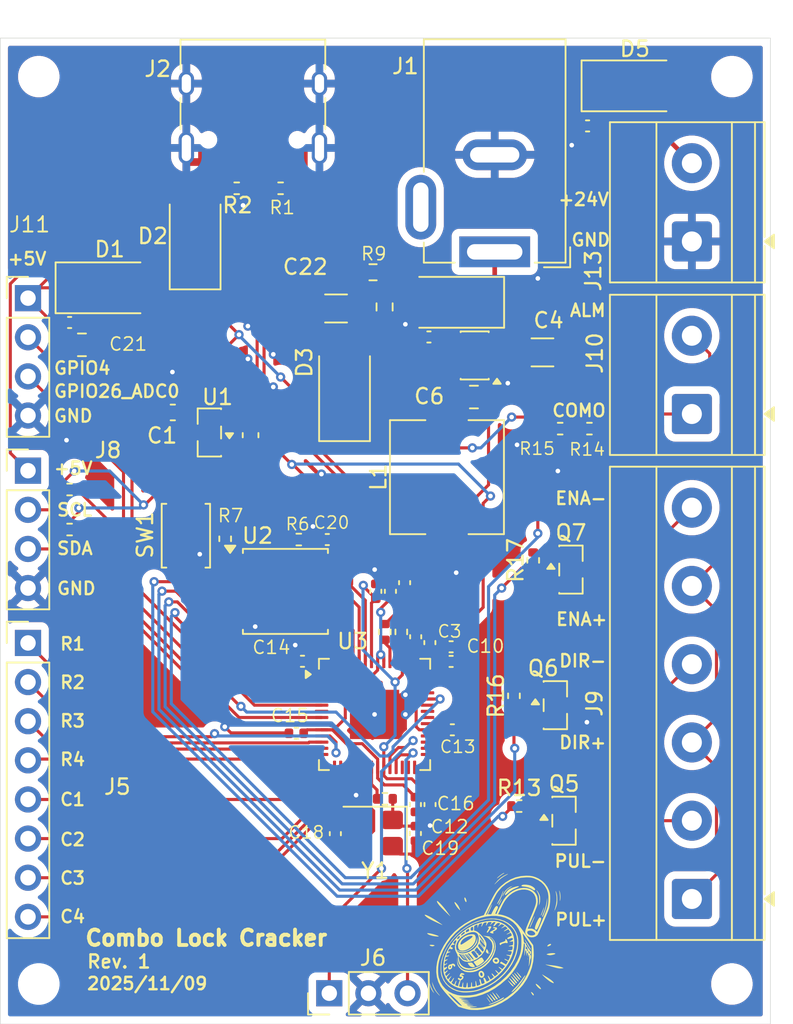
<source format=kicad_pcb>
(kicad_pcb (version 20241229) (generator "pcbnew") (generator_version "9.0")
  (layers (0 "F.Cu" signal "Front") (4 "In1.Cu" signal) (6 "In2.Cu" signal) (2 "B.Cu" signal "Back") (13 "F.Paste" user) (15 "B.Paste" user) (5 "F.SilkS" user "F.Silkscreen") (7 "B.SilkS" user "B.Silkscreen") (1 "F.Mask" user) (3 "B.Mask" user) (25 "Edge.Cuts" user))
  (net 0 "")
  (net 1 "+5V")
  (net 2 "GND")
  (net 3 "+3V3")
  (net 4 "+24V")
  (net 5 "Net-(U6-BOOT)")
  (net 6 "Net-(U6-SW)")
  (net 7 "/Power/BUCK_VCC_5V")
  (net 8 "Net-(U6-FB)")
  (net 9 "+1V1")
  (net 10 "/RP2040/XIN")
  (net 11 "Net-(C19-Pad2)")
  (net 12 "VBUS")
  (net 13 "Net-(J2-CC2)")
  (net 14 "/Power/USB_D-")
  (net 15 "/Power/USB_D+")
  (net 16 "Net-(J2-CC1)")
  (net 17 "/Peripherals/GPIO3")
  (net 18 "/Peripherals/GPIO13")
  (net 19 "/Peripherals/GPIO8")
  (net 20 "/Peripherals/GPIO12")
  (net 21 "/Peripherals/GPIO10")
  (net 22 "/Peripherals/GPIO14")
  (net 23 "/Peripherals/GPIO15")
  (net 24 "/Peripherals/GPIO9")
  (net 25 "/Peripherals/GPIO11")
  (net 26 "/RP2040/SWD")
  (net 27 "/RP2040/SWCLK")
  (net 28 "/Peripherals/GPIO6")
  (net 29 "/Peripherals/GPIO7")
  (net 30 "/Peripherals/GPIO4")
  (net 31 "/Peripherals/GPIO26_ADC0")
  (net 36 "/Peripherals/GPIO1")
  (net 38 "/Peripherals/GPIO0")
  (net 47 "Net-(U3-USB_DP)")
  (net 48 "Net-(U3-USB_DM)")
  (net 49 "/RP2040/XOUT")
  (net 50 "/RP2040/QSPI_SS")
  (net 51 "Net-(R7-Pad1)")
  (net 52 "/RP2040/QSPI_SD1")
  (net 53 "/RP2040/QSPI_SD2")
  (net 54 "/RP2040/QSPI_SD3")
  (net 55 "/RP2040/QSPI_SCLK")
  (net 56 "/RP2040/QSPI_SD0")
  (net 60 "/Peripherals/GPIO2")
  (net 61 "Net-(J9-Pin_4)")
  (net 62 "Net-(J9-Pin_6)")
  (net 63 "Net-(J9-Pin_2)")
  (net 64 "Net-(Q5-B)")
  (net 65 "Net-(Q6-B)")
  (net 66 "Net-(Q7-B)")
  (net 67 "Net-(J10-Pin_1)")
  (footprint "Capacitor_SMD:C_1206_3216Metric" (layer "F.Cu") (at 153.8 84.15 180)
    (property "Reference" "C22")
    (property "Value" "47uF")
  )
  (footprint "MountingHole:MountingHole_2.2mm_M2" (layer "F.Cu") (at 179.5 69.1)
    (property "Reference" "H1" (hide yes))
    (property "Value" "MountingHole")
  )
  (footprint "MountingHole:MountingHole_2.2mm_M2" (layer "F.Cu") (at 179.5 128)
    (property "Reference" "H4" (hide yes))
    (property "Value" "MountingHole")
  )
  (footprint "Capacitor_SMD:C_0402_1005Metric" (layer "F.Cu") (at 157.33 102.51 90)
    (property "Reference" "C8" (hide yes))
    (property "Value" "0.1uF")
  )
  (footprint "Resistor_SMD:R_0402_1005Metric" (layer "F.Cu") (at 165.69 116.45)
    (property "Reference" "R13")
    (property "Value" "2.2K")
  )
  (footprint "Package_TO_SOT_SMD:SOT-23" (layer "F.Cu") (at 168.0375 109.9)
    (property "Reference" "Q6")
    (property "Value" "MMBT3904")
  )
  (footprint "Diode_SMD:D_SMA" (layer "F.Cu") (at 139.1 82.81)
    (property "Reference" "D1")
    (property "Value" "SS34")
  )
  (footprint "Capacitor_SMD:C_0402_1005Metric" (layer "F.Cu") (at 159.89 105.84 90)
    (property "Reference" "C11" (hide yes))
    (property "Value" "0.1uF")
  )
  (footprint "Connector_PinHeader_2.54mm:PinHeader_1x08_P2.54mm_Vertical" (layer "F.Cu") (at 133.8 105.86175)
    (property "Reference" "J5")
    (property "Value" "4x4 Matrix Keypad")
  )
  (footprint "Package_TO_SOT_SMD:SOT-23" (layer "F.Cu") (at 169.05 101.1)
    (property "Reference" "Q7")
    (property "Value" "MMBT3904")
  )
  (footprint "Capacitor_SMD:C_0402_1005Metric" (layer "F.Cu") (at 151.22 111.725 180)
    (property "Reference" "C15")
    (property "Value" "0.1uF")
  )
  (footprint "Package_TO_SOT_SMD:SOT-23-6" (layer "F.Cu") (at 162.8 87.2 180)
    (property "Reference" "U6" (hide yes))
    (property "Value" "TPS54302")
  )
  (footprint "Capacitor_SMD:C_0805_2012Metric" (layer "F.Cu") (at 162.75 89.9)
    (property "Reference" "C6")
    (property "Value" "100nF")
  )
  (footprint "LOGO" (layer "F.Cu") (at 163.9 125.2)
    (property "Reference" "G***" (hide yes))
    (property "Value" "LOGO" (hide yes))
  )
  (footprint "TerminalBlock_Phoenix:TerminalBlock_Phoenix_MKDS-1,5-6-5.08_1x06_P5.08mm_Horizontal" (layer "F.Cu") (at 176.9 122.48 90)
    (property "Reference" "J9")
    (property "Value" "Stepper_Driver_Control")
  )
  (footprint "Capacitor_SMD:C_1206_3216Metric" (layer "F.Cu") (at 167.2 87)
    (property "Reference" "C4")
    (property "Value" "22uF")
  )
  (footprint "Capacitor_SMD:C_0402_1005Metric" (layer "F.Cu") (at 153.753009 118.240491 -90)
    (property "Reference" "C18")
    (property "Value" "33pF")
  )
  (footprint "Capacitor_SMD:C_0402_1005Metric" (layer "F.Cu") (at 158.95 118.23 90)
    (property "Reference" "C19")
    (property "Value" "33pF")
  )
  (footprint "Resistor_SMD:R_0402_1005Metric" (layer "F.Cu") (at 165.35 109.295 90)
    (property "Reference" "R16")
    (property "Value" "2.2K")
  )
  (footprint "Resistor_SMD:R_0402_1005Metric" (layer "F.Cu") (at 158.035 105.145 -90)
    (property "Reference" "R4" (hide yes))
    (property "Value" "27")
  )
  (footprint "Capacitor_SMD:C_0805_2012Metric" (layer "F.Cu") (at 137.3 86.51)
    (property "Reference" "C21")
    (property "Value" "47uF")
  )
  (footprint "Capacitor_SMD:C_0402_1005Metric" (layer "F.Cu") (at 151.62 107.05 180)
    (property "Reference" "C14")
    (property "Value" "0.1uF")
  )
  (footprint "Resistor_SMD:R_0402_1005Metric" (layer "F.Cu") (at 136.5 95.9 180)
    (property "Reference" "R21" (hide yes))
    (property "Value" "4.7K")
  )
  (footprint "Diode_SMD:D_SMA" (layer "F.Cu") (at 173.25 69.7)
    (property "Reference" "D5")
    (property "Value" "SMAJ48CA")
  )
  (footprint "Resistor_SMD:R_0603_1608Metric" (layer "F.Cu") (at 156.95 84.05 90)
    (property "Reference" "R8" (hide yes))
    (property "Value" "100K")
  )
  (footprint "Connector_BarrelJack:BarrelJack_GCT_DCJ200-10-A_Horizontal" (layer "F.Cu") (at 164.1 80.475 180)
    (property "Reference" "J1")
    (property "Value" "Barrel_Jack_MountingPin")
  )
  (footprint "Capacitor_SMD:C_0603_1608Metric" (layer "F.Cu") (at 143.2 90.9 180)
    (property "Reference" "C1")
    (property "Value" "10uF")
  )
  (footprint "Capacitor_SMD:C_0402_1005Metric" (layer "F.Cu") (at 159.83 86)
    (property "Reference" "C7" (hide yes))
    (property "Value" "75pF")
  )
  (footprint "Connector_PinHeader_2.54mm:PinHeader_1x04_P2.54mm_Vertical" (layer "F.Cu") (at 133.8 94.68)
    (property "Reference" "J8")
    (property "Value" "I2C_LCD_1602")
  )
  (footprint "Resistor_SMD:R_0402_1005Metric" (layer "F.Cu") (at 156.97 115.98 180)
    (property "Reference" "R5" (hide yes))
    (property "Value" "1K")
  )
  (footprint "TerminalBlock_Phoenix:TerminalBlock_Phoenix_MKDS-1,5-2-5.08_1x02_P5.08mm_Horizontal" (layer "F.Cu") (at 176.9 91 90)
    (property "Reference" "J10")
    (property "Value" "Stepper_Driver_Other")
  )
  (footprint "Capacitor_SMD:C_0402_1005Metric" (layer "F.Cu") (at 158.97 105.46 90)
    (property "Reference" "C17" (hide yes))
    (property "Value" "0.1uF")
  )
  (footprint "Package_TO_SOT_SMD:SOT-23" (layer "F.Cu") (at 168.6 117.4)
    (property "Reference" "Q5")
    (property "Value" "MMBT3904")
  )
  (footprint "Resistor_SMD:R_0402_1005Metric" (layer "F.Cu") (at 156.965 105.145 -90)
    (property "Reference" "R3" (hide yes))
    (property "Value" "27")
  )
  (footprint "Diode_SMD:D_SMA" (layer "F.Cu") (at 161.2 83.75 180)
    (property "Reference" "D4" (hide yes))
    (property "Value" "SS34")
  )
  (footprint "Capacitor_SMD:C_0402_1005Metric" (layer "F.Cu") (at 161.27 107.06)
    (property "Reference" "C10")
    (property "Value" "0.1uF")
  )
  (footprint "Diode_SMD:D_SMA" (layer "F.Cu") (at 144.65 79.4 90)
    (property "Reference" "D2")
    (property "Value" "SS34")
  )
  (footprint "Capacitor_SMD:C_0402_1005Metric" (layer "F.Cu") (at 170.13 72.3)
    (property "Reference" "C27" (hide yes))
    (property "Value" "0.1uF")
  )
  (footprint "MountingHole:MountingHole_2.2mm_M2" (layer "F.Cu") (at 134.5 128)
    (property "Reference" "H3" (hide yes))
    (property "Value" "MountingHole")
  )
  (footprint "Resistor_SMD:R_0402_1005Metric" (layer "F.Cu") (at 151.38 99.15 180)
    (property "Reference" "R6")
    (property "Value" "10K")
  )
  (footprint "Capacitor_SMD:C_0402_1005Metric" (layer "F.Cu") (at 159.9 116.35 -90)
    (property "Reference" "C16")
    (property "Value" "1uF")
  )
  (footprint "Package_TO_SOT_SMD:SOT-23" (layer "F.Cu") (at 145.575 92.2 180)
    (property "Reference" "U1")
    (property "Value" "MCP1700x-330xxTT")
  )
  (footprint "Capacitor_SMD:C_0402_1005Metric" (layer "F.Cu") (at 158.25 101.95 90)
    (property "Reference" "C9" (hide yes))
    (property "Value" "0.1uF")
  )
  (footprint "Capacitor_SMD:C_0402_1005Metric" (layer "F.Cu") (at 161.27 106.11)
    (property "Reference" "C3")
    (property "Value" "1uF")
  )
  (footprint "Resistor_SMD:R_0402_1005Metric" (layer "F.Cu") (at 150.2 76.35)
    (property "Reference" "R1")
    (property "Value" "5.1K")
  )
  (footprint "Connector_PinHeader_2.54mm:PinHeader_1x04_P2.54mm_Vertical" (layer "F.Cu") (at 133.8 83.48)
    (property "Reference" "J11")
    (property "Value" "Analog_Feedback_Servo")
  )
  (footprint "Resistor_SMD:R_0402_1005Metric" (layer "F.Cu") (at 136.5 98.5)
    (property "Reference" "R22" (hide yes))
    (property "Value" "4.7K")
  )
  (footprint "Resistor_SMD:R_0402_1005Metric" (layer "F.Cu") (at 168.35 91.95)
    (property "Reference" "R15")
    (property "Value" "2k")
  )
  (footprint "Resistor_SMD:R_0402_1005Metric" (layer "F.Cu") (at 166.6 100.5 90)
    (property "Reference" "R17")
    (property "Value" "2.2K")
  )
  (footprint "Capacitor_SMD:C_0402_1005Metric" (layer "F.Cu") (at 136.5 85.06 180)
    (property "Reference" "C29" (hide yes))
    (property "Value" "0.1uF")
  )
  (footprint "Capacitor_SMD:C_0603_1608Metric" (layer "F.Cu") (at 148.25 92.375 -90)
    (property "Reference" "C2" (hide yes))
    (property "Value" "10uF")
  )
  (footprint "Package_DFN_QFN:QFN-56-1EP_7x7mm_P0.4mm_EP3.2x3.2mm" (layer "F.Cu") (at 156.3 110.5)
    (property "Reference" "U3")
    (property "Value" "RP2040")
  )
  (footprint "Capacitor_SMD:C_0402_1005Metric" (layer "F.Cu") (at 158.95 116.35 -90)
    (property "Reference" "C12")
    (property "Value" "0.1uF")
  )
  (footprint "Resistor_SMD:R_0402_1005Metric" (layer "F.Cu") (at 170.25 91.95)
    (property "Reference" "R14")
    (property "Value" "1k")
  )
  (footprint "Resistor_SMD:R_0402_1005Metric" (layer "F.Cu") (at 147.35 76.35)
    (property "Reference" "R2")
    (property "Value" "5.1K")
  )
  (footprint "Crystal:Crystal_SMD_3225-4Pin_3.2x2.5mm" (layer "F.Cu") (at 156.34 118.2 180)
    (property "Reference" "Y1")
    (property "Value" "12 MHz")
  )
  (footprint "MountingHole:MountingHole_2.2mm_M2" (layer "F.Cu") (at 134.5 69.1)
    (property "Reference" "H2" (hide yes))
    (property "Value" "MountingHole")
  )
  (footprint "TerminalBlock_Phoenix:TerminalBlock_Phoenix_MKDS-1,5-2-5.08_1x02_P5.08mm_Horizontal" (layer "F.Cu") (at 176.9 79.8 90)
    (property "Reference" "J13")
    (property "Value" "Stepper_Driver_Power")
  )
  (footprint "Package_SO:SOIC-8_5.3x5.3mm_P1.27mm" (layer "F.Cu") (at 150.5125 102.515)
    (property "Reference" "U2")
    (property "Value" "W25Q128JVS")
  )
  (footprint "Resistor_SMD:R_0603_1608Metric" (layer "F.Cu") (at 156.2 81.8 180)
    (property "Reference" "R9")
    (property "Value" "13.7K")
  )
  (footprint "Diode_SMD:D_SMA" (layer "F.Cu") (at 154.35 89.25 90)
    (property "Reference" "D3")
    (property "Value" "SS34")
  )
  (footprint "Capacitor_SMD:C_0402_1005Metric" (layer "F.Cu") (at 153.23 99.15 180)
    (property "Reference" "C20")
    (property "Value" "0.1uF")
  )
  (footprint "Resistor_SMD:R_0402_1005Metric" (layer "F.Cu") (at 146.6 99.1 -90)
    (property "Reference" "R7")
    (property "Value" "1K")
  )
  (footprint "Capacitor_SMD:C_0402_1005Metric" (layer "F.Cu") (at 161.35 111.5)
    (property "Reference" "C13")
    (property "Value" "0.1uF")
  )
  (footprint "Button_Switch_SMD:SW_Push_SPST_NO_Alps_SKRK" (layer "F.Cu") (at 144.05 98.9 90)
    (property "Reference" "SW1")
    (property "Value" "SW_Push")
  )
  (footprint "Inductor_SMD:L_7.3x7.3_H3.5" (layer "F.Cu") (at 161 95.1 90)
    (property "Reference" "L1")
    (property "Value" "4.7uH")
  )
  (footprint "Connector_PinHeader_2.54mm:PinHeader_1x03_P2.54mm_Vertical" (layer "F.Cu") (at 153.36 128.6 90)
    (property "Reference" "J6")
    (property "Value" "Conn_01x03")
  )
  (footprint "Connector_USB:USB_C_Receptacle_HRO_TYPE-C-31-M-12" (layer "F.Cu") (at 148.4 70.6 180)
    (property "Reference" "J2")
    (property "Value" "USB_C_Receptacle_USB2.0_14P")
  )
  (footprint "Capacitor_SMD:C_0402_1005Metric" (layer "F.Cu") (at 156.38 102.51 90)
    (property "Reference" "C24" (hide yes))
    (property "Value" "0.1uF")
  )
  (gr_rect (start 132 66.6) (end 182 130.6) (stroke (width 0.0381)) (fill no) (layer "Edge.Cuts"))
  (gr_text "ALM" (at 168.9 84.75 0) (layer "F.SilkS") (effects (font (size 0.8128 0.8128) (thickness 0.1524) (bold yes)) (justify left bottom)))
  (gr_text "SDA" (at 135.6 100.2 0) (layer "F.SilkS") (effects (font (size 0.8128 0.8128) (thickness 0.1524) (bold yes)) (justify left bottom)))
  (gr_text "DIR+" (at 168.2 112.8 0) (layer "F.SilkS") (effects (font (size 0.8128 0.8128) (thickness 0.1524) (bold yes)) (justify left bottom)))
  (gr_text "+5V" (at 135.4 95 0) (layer "F.SilkS") (effects (font (size 0.8128 0.8128) (thickness 0.1524) (bold yes)) (justify left bottom)))
  (gr_text "Combo Lock Cracker" (at 137.4 125.6 0) (layer "F.SilkS") (effects (font (size 1 1) (thickness 0.25) (bold yes)) (justify left bottom)))
  (gr_text "C3" (at 135.8 121.6 0) (layer "F.SilkS") (effects (font (size 0.8128 0.8128) (thickness 0.1524) (bold yes)) (justify left bottom)))
  (gr_text "C4" (at 135.8 124.1 0) (layer "F.SilkS") (effects (font (size 0.8128 0.8128) (thickness 0.1524) (bold yes)) (justify left bottom)))
  (gr_text "R2" (at 135.8 108.9 0) (layer "F.SilkS") (effects (font (size 0.8128 0.8128) (thickness 0.1524) (bold yes)) (justify left bottom)))
  (gr_text "C2" (at 135.8 119.1 0) (layer "F.SilkS") (effects (font (size 0.8128 0.8128) (thickness 0.1524) (bold yes)) (justify left bottom)))
  (gr_text "R3" (at 135.8 111.4 0) (layer "F.SilkS") (effects (font (size 0.8128 0.8128) (thickness 0.1524) (bold yes)) (justify left bottom)))
  (gr_text "GND" (at 169 80.175 0) (layer "F.SilkS") (effects (font (size 0.8128 0.8128) (thickness 0.1524) (bold yes)) (justify left bottom)))
  (gr_text "GND" (at 135.6 102.8 0) (layer "F.SilkS") (effects (font (size 0.8128 0.8128) (thickness 0.1524) (bold yes)) (justify left bottom)))
  (gr_text "GPIO26_ADC0" (at 135.4 90 0) (layer "F.SilkS") (effects (font (size 0.8128 0.8128) (thickness 0.1524) (bold yes)) (justify left bottom)))
  (gr_text "PUL+" (at 167.943435 124.3 0) (layer "F.SilkS") (effects (font (size 0.8128 0.8128) (thickness 0.1524) (bold yes)) (justify left bottom)))
  (gr_text "ENA+" (at 168 104.8 0) (layer "F.SilkS") (effects (font (size 0.8128 0.8128) (thickness 0.1524) (bold yes)) (justify left bottom)))
  (gr_text "DIR-" (at 168.2 107.5 0) (layer "F.SilkS") (effects (font (size 0.8128 0.8128) (thickness 0.1524) (bold yes)) (justify left bottom)))
  (gr_text "2025/11/09" (at 137.55 128.44175 0) (layer "F.SilkS") (effects (font (size 0.8 0.8) (thickness 0.16) (bold yes)) (justify left bottom)))
  (gr_text "SCL" (at 135.6 97.7 0) (layer "F.SilkS") (effects (font (size 0.8128 0.8128) (thickness 0.1524) (bold yes)) (justify left bottom)))
  (gr_text "COMO" (at 167.75 91.25 0) (layer "F.SilkS") (effects (font (size 0.8128 0.8128) (thickness 0.1524) (bold yes)) (justify left bottom)))
  (gr_text "PUL-" (at 167.9 120.5 0) (layer "F.SilkS") (effects (font (size 0.8128 0.8128) (thickness 0.1524) (bold yes)) (justify left bottom)))
  (gr_text "C1" (at 135.8 116.5 0) (layer "F.SilkS") (effects (font (size 0.8128 0.8128) (thickness 0.1524) (bold yes)) (justify left bottom)))
  (gr_text "R1" (at 135.8 106.4 0) (layer "F.SilkS") (effects (font (size 0.8128 0.8128) (thickness 0.1524) (bold yes)) (justify left bottom)))
  (gr_text "GND" (at 135.4 91.6 0) (layer "F.SilkS") (effects (font (size 0.8128 0.8128) (thickness 0.1524) (bold yes)) (justify left bottom)))
  (gr_text "ENA-" (at 167.95 96.95 0) (layer "F.SilkS") (effects (font (size 0.8128 0.8128) (thickness 0.1524) (bold yes)) (justify left bottom)))
  (gr_text "GPIO4" (at 135.4 88.5 0) (layer "F.SilkS") (effects (font (size 0.8128 0.8128) (thickness 0.1524) (bold yes)) (justify left bottom)))
  (gr_text "R4" (at 135.8 113.9 0) (layer "F.SilkS") (effects (font (size 0.8128 0.8128) (thickness 0.1524) (bold yes)) (justify left bottom)))
  (gr_text "+24V" (at 168.15 77.55 0) (layer "F.SilkS") (effects (font (size 0.8128 0.8128) (thickness 0.1524) (bold yes)) (justify left bottom)))
  (gr_text "+5V" (at 132.4 81.4 0) (layer "F.SilkS") (effects (font (size 0.8128 0.8128) (thickness 0.1524) (bold yes)) (justify left bottom)))
  (gr_text "Rev. 1" (at 137.55 127.04175 0) (layer "F.SilkS") (effects (font (size 0.85 0.85) (thickness 0.16) (bold yes)) (justify left bottom)))
  (segment (start 135.38 85.06) (end 136.02 85.06) (width 0.2) (layer "F.Cu") (net 1))
  (segment (start 136.35 85.39) (end 136.02 85.06) (width 0.2) (layer "F.Cu") (net 1))
  (segment (start 137.29175 81.4) (end 144.65 81.4) (width 0.2) (layer "F.Cu") (net 1))
  (segment (start 176.645 103.0585) (end 176.675 103.0885) (width 0.2) (layer "F.Cu") (net 1))
  (segment (start 178.06 87.08) (end 178.06 88.58) (width 0.2) (layer "F.Cu") (net 1))
  (segment (start 179.9 90.42) (end 178.06 88.58) (width 0.2) (layer "F.Cu") (net 1))
  (segment (start 178.5 110.72) (end 178.5 103.75) (width 0.2) (layer "F.Cu") (net 1))
  (segment (start 136.35 86.51) (end 135.38 85.54) (width 0.2) (layer "F.Cu") (net 1))
  (segment (start 136.02 83.89) (end 137.1 82.81) (width 0.2) (layer "F.Cu") (net 1))
  (segment (start 136.59175 80.7) (end 136.6 80.69175) (width 0.2) (layer "F.Cu") (net 1))
  (segment (start 178.49 103.75) (end 176.9 102.16) (width 0.2) (layer "F.Cu") (net 1))
  (segment (start 178.5 120.88) (end 178.5 113.92) (width 0.2) (layer "F.Cu") (net 1))
  (segment (start 143.975 90.9) (end 143.975 91.5375) (width 0.2) (layer "F.Cu") (net 1))
  (segment (start 154.35 91.25) (end 156.3 93.2) (width 0.2) (layer "F.Cu") (net 1))
  (segment (start 132.65 93.53) (end 133.8 94.68) (width 0.2) (layer "F.Cu") (net 1))
  (segment (start 134.50825 80.69175) (end 132.65 82.55) (width 0.2) (layer "F.Cu") (net 1))
  (segment (start 136.59175 80.7) (end 137.29175 81.4) (width 0.2) (layer "F.Cu") (net 1))
  (segment (start 176.9 112.32) (end 178.5 110.72) (width 0.2) (layer "F.Cu") (net 1))
  (segment (start 137.1 82.81) (end 134.47 82.81) (width 0.2) (layer "F.Cu") (net 1))
  (segment (start 135.38 85.54) (end 135.38 85.06) (width 0.2) (layer "F.Cu") (net 1))
  (segment (start 143.975 89.375) (end 147.5 85.85) (width 0.2) (layer "F.Cu") (net 1))
  (segment (start 179.9 99.16) (end 179.9 90.42) (width 0.2) (layer "F.Cu") (net 1))
  (segment (start 176.9 102.16) (end 179.9 99.16) (width 0.2) (layer "F.Cu") (net 1))
  (segment (start 171.37 88.58) (end 178.06 88.58) (width 0.2) (layer "F.Cu") (net 1))
  (segment (start 132.65 82.55) (end 132.65 93.53) (width 0.2) (layer "F.Cu") (net 1))
  (segment (start 136.6 80.69175) (end 134.50825 80.69175) (width 0.2) (layer "F.Cu") (net 1))
  (segment (start 178.5 103.75) (end 178.49 103.75) (width 0.2) (layer "F.Cu") (net 1))
  (segment (start 133.8 83.49175) (end 136.59175 80.7) (width 0.2) (layer "F.Cu") (net 1))
  (segment (start 134.47 82.81) (end 133.8 83.48) (width 0.2) (layer "F.Cu") (net 1))
  (segment (start 168.75 91.2) (end 171.37 88.58) (width 0.2) (layer "F.Cu") (net 1))
  (segment (start 176.9 122.48) (end 178.5 120.88) (width 0.2) (layer "F.Cu") (net 1))
  (segment (start 178.5 113.92) (end 176.9 112.32) (width 0.2) (layer "F.Cu") (net 1))
  (segment (start 143.975 90.9) (end 143.975 89.375) (width 0.2) (layer "F.Cu") (net 1))
  (segment (start 136.02 85.06) (end 136.02 83.89) (width 0.2) (layer "F.Cu") (net 1))
  (segment (start 152.85 91.25) (end 154.35 91.25) (width 0.2) (layer "F.Cu") (net 1))
  (segment (start 150.2 88.6) (end 152.85 91.25) (width 0.2) (layer "F.Cu") (net 1))
  (segment (start 144.65 83) (end 144.65 81.4) (width 0.2) (layer "F.Cu") (net 1))
  (segment (start 147.5 85.85) (end 144.65 83) (width 0.2) (layer "F.Cu") (net 1))
  (segment (start 136.35 86.51) (end 136.35 85.39) (width 0.2) (layer "F.Cu") (net 1))
  (segment (start 178.06 87.08) (end 176.9 85.92) (width 0.2) (layer "F.Cu") (net 1))
  (segment (start 133.8 83.48) (end 135.38 85.06) (width 0.2) (layer "F.Cu") (net 1))
  (segment (start 156.3 93.2) (end 162.65 93.2) (width 0.2) (layer "F.Cu") (net 1))
  (segment (start 143.975 91.5375) (end 144.6375 92.2) (width 0.2) (layer "F.Cu") (net 1))
  (segment (start 165.2 91.2) (end 168.75 91.2) (width 0.2) (layer "F.Cu") (net 1))
  (via (at 147.5 85.85) (size 0.6) (drill 0.3) (layers "F.Cu" "B.Cu") (net 1))
  (via (at 150.2 88.6) (size 0.6) (drill 0.3) (layers "F.Cu" "B.Cu") (net 1))
  (via (at 165.2 91.2) (size 0.6) (drill 0.3) (layers "F.Cu" "B.Cu") (net 1))
  (via (at 162.65 93.2) (size 0.6) (drill 0.3) (layers "F.Cu" "B.Cu") (net 1))
  (segment (start 163.2 93.2) (end 165.2 91.2) (width 0.2) (layer "B.Cu") (net 1))
  (segment (start 150.2 88.6) (end 147.5 85.9) (width 0.2) (layer "B.Cu") (net 1))
  (segment (start 147.5 85.9) (end 147.5 85.85) (width 0.2) (layer "B.Cu") (net 1))
  (segment (start 162.65 93.2) (end 163.2 93.2) (width 0.2) (layer "B.Cu") (net 1))
  (segment (start 155.299 115.2602) (end 155.299 114.991) (width 0.2) (layer "F.Cu") (net 2))
  (segment (start 159.51 104.98) (end 159.89 105.36) (width 0.2) (layer "F.Cu") (net 2))
  (segment (start 161.75 107.06) (end 161.75 106.11) (width 0.2) (layer "F.Cu") (net 2))
  (segment (start 159.903009 118.765491) (end 159.103009 119.565491) (width 0.2) (layer "F.Cu") (net 2))
  (segment (start 164.7875 89) (end 163.9375 88.15) (width 0.2) (layer "F.Cu") (net 2))
  (segment (start 144.03 73.73675) (end 144.03 73.21175) (width 0.2) (layer "F.Cu") (net 2))
  (segment (start 159.903009 117.715491) (end 159.903009 118.765491) (width 0.2) (layer "F.Cu") (net 2))
  (segment (start 159.903009 117.756991) (end 158.95 118.71) (width 0.2) (layer "F.Cu") (net 2))
  (segment (start 147.7606 77.459299) (end 147.7606 76.4494) (width 0.2) (layer "F.Cu") (net 2))
  (segment (start 158.97 104.98) (end 159.51 104.98) (width 0.2) (layer "F.Cu") (net 2))
  (segment (start 136.98 85.24) (end 136.98 85.06) (width 0.2) (layer "F.Cu") (net 2))
  (segment (start 159.103009 119.565491) (end 157.953009 119.565491) (width 0.2) (layer "F.Cu") (net 2))
  (segment (start 158.25 101.47) (end 157.89 101.47) (width 0.2) (layer "F.Cu") (net 2))
  (segment (start 158.3 85.175) (end 158.3 84.65) (width 0.2) (layer "F.Cu") (net 2))
  (segment (start 146.975 111.7) (end 146.575 111.3) (width 0.2) (layer "F.Cu") (net 2))
  (segment (start 136.98 85.06) (end 137.2 85.06) (width 0.2) (layer "F.Cu") (net 2))
  (segment (start 152.75 98.75) (end 152.3 98.3) (width 0.2) (layer "F.Cu") (net 2))
  (segment (start 151.14 106.21) (end 151.14 107.05) (width 0.2) (layer "F.Cu") (net 2))
  (segment (start 166.6 91.95) (end 165.55 93) (width 0.2) (layer "F.Cu") (net 2))
  (segment (start 164.95 89) (end 164.7875 89) (width 0.2) (layer "F.Cu") (net 2))
  (segment (start 135.4 92.7) (end 133.8 91.1) (width 0.2) (layer "F.Cu") (net 2))
  (segment (start 157.89 101.47) (end 157.33 102.03) (width 0.2) (layer "F.Cu") (net 2))
  (segment (start 150.74 111.7) (end 146.975 111.7) (width 0.2) (layer "F.Cu") (net 2))
  (segment (start 151.65 74.645) (end 151.65 75.41) (width 0.2) (layer "F.Cu") (net 2))
  (segment (start 155.1 116.7) (end 155.12869 116.72869) (width 0.2) (layer "F.Cu") (net 2))
  (segment (start 155.073324 115.713952) (end 155.073324 115.485876) (width 0.2) (layer "F.Cu") (net 2))
  (segment (start 151.65 75.41) (end 150.71 76.35) (width 0.2) (layer "F.Cu") (net 2))
  (segment (start 156.31 101.83) (end 156.31 102.07) (width 0.2) (layer "F.Cu") (net 2))
  (segment (start 157.33 102.03) (end 156.38 102.03) (width 0.2) (layer "F.Cu") (net 2))
  (segment (start 155.073324 115.485876) (end 155.299 115.2602) (width 0.2) (layer "F.Cu") (net 2))
  (segment (start 151.15 106.2) (end 151.14 106.21) (width 0.2) (layer "F.Cu") (net 2))
  (segment (start 155.299 114.991) (end 155.3 114.99) (width 0.2) (layer "F.Cu") (net 2))
  (segment (start 167.84 91.95) (end 166.6 91.95) (width 0.2) (layer "F.Cu") (net 2))
  (segment (start 159.017518 116.83) (end 159.903009 117.715491) (width 0.2) (layer "F.Cu") (net 2))
  (segment (start 155.1 115.740628) (end 155.073324 115.713952) (width 0.2) (layer "F.Cu") (net 2))
  (segment (start 151.15 106) (end 151.15 106.2) (width 0.2) (layer "F.Cu") (net 2))
  (segment (start 152.75 99.15) (end 152.75 98.75) (width 0.2) (layer "F.Cu") (net 2))
  (segment (start 153.753009 117.760491) (end 154.829509 117.760491) (width 0.2) (layer "F.Cu") (net 2))
  (segment (start 136.3 92.7) (end 135.4 92.7) (width 0.2) (layer "F.Cu") (net 2))
  (segment (start 158.3 84.65) (end 159.2 83.75) (width 0.2) (layer "F.Cu") (net 2))
  (segment (start 155.12869 116.72869) (end 155.12869 117.23869) (width 0.2) (layer "F.Cu") (net 2))
  (segment (start 155.1 115.74063) (end 155.1 115.740628) (width 0.2) (layer "F.Cu") (net 2))
  (segment (start 155.3 114.99) (end 155.3 113.9375) (width 0.2) (layer "F.Cu") (net 2))
  (segment (start 159.9 116.83) (end 158.95 116.83) (width 0.2) (layer "F.Cu") (net 2))
  (segment (start 155.1 115.74063) (end 155.1 116.7) (width 0.2) (layer "F.Cu") (net 2))
  (segment (start 148.55 104.8) (end 148.17 104.42) (width 0.2) (layer "F.Cu") (net 2))
  (segment (start 148.17 104.42) (end 146.925 104.42) (width 0.2) (layer "F.Cu") (net 2))
  (segment (start 147.7606 76.4494) (end 147.86 76.35) (width 0.2) (layer "F.Cu") (net 2))
  (via (at 158.3 85.175) (size 0.6) (drill 0.3) (layers "F.Cu" "B.Cu") (net 2))
  (via (at 147.7606 77.459299) (size 0.6) (drill 0.3) (layers "F.Cu" "B.Cu") (net 2))
  (via (at 148.075 87.424265) (size 0.6) (drill 0.3) (layers "F.Cu" "B.Cu") (net 2))
  (via (at 144.95 100.1) (size 0.6) (drill 0.3) (layers "F.Cu" "B.Cu") (net 2))
  (via (at 168.2 94.7) (size 0.6) (drill 0.3) (layers "F.Cu" "B.Cu") (net 2))
  (via (at 152.3 98.3) (size 0.6) (drill 0.3) (layers "F.Cu" "B.Cu") (net 2))
  (via (at 165.55 93) (size 0.6) (drill 0.3) (layers "F.Cu" "B.Cu") (net 2))
  (via (at 161.6 101.3) (size 0.6) (drill 0.3) (layers "F.Cu" "B.Cu") (net 2))
  (via (at 143.175 88.275) (size 0.6) (drill 0.3) (layers "F.Cu" "B.Cu") (net 2))
  (via (at 156.305 101.1) (size 0.6) (drill 0.3) (layers "F.Cu" "B.Cu") (net 2))
  (via (at 151.15 106) (size 0.6) (drill 0.3) (layers "F.Cu" "B.Cu") (net 2))
  (via (at 164.95 89) (size 0.6) (drill 0.3) (layers "F.Cu" "B.Cu") (net 2))
  (via (at 170.085 111.00675) (size 0.6) (drill 0.3) (layers "F.Cu" "B.Cu") (net 2))
  (via (at 169.1 73.55) (size 0.6) (drill 0.3) (layers "F.Cu" "B.Cu") (net 2))
  (via (at 158.3 110.5) (size 0.6) (drill 0.3) (layers "F.Cu" "B.Cu") (net 2))
  (via (at 136.3 92.7) (size 0.6) (drill 0.3) (layers "F.Cu" "B.Cu") (net 2))
  (via (at 155.1 115.74063) (size 0.6) (drill 0.3) (layers "F.Cu" "B.Cu") (net 2))
  (via (at 156.3 110.5) (size 0.6) (drill 0.3) (layers "F.Cu" "B.Cu") (net 2))
  (via (at 149.725 87.125735) (size 0.6) (drill 0.3) (layers "F.Cu" "B.Cu") (net 2))
  (via (at 148.55 104.8) (size 0.6) (drill 0.3) (layers "F.Cu" "B.Cu") (net 2))
  (via (at 149.725 89.243721) (size 0.6) (drill 0.3) (layers "F.Cu" "B.Cu") (net 2))
  (via (at 148.075 85.293786) (size 0.6) (drill 0.3) (layers "F.Cu" "B.Cu") (net 2))
  (via (at 159.903009 117.715491) (size 0.6) (drill 0.3) (layers "F.Cu" "B.Cu") (net 2))
  (via (at 146.575 111.3) (size 0.6) (drill 0.3) (layers "F.Cu" "B.Cu") (net 2))
  (via (at 158.3 109.225) (size 0.6) (drill 0.3) (layers "F.Cu" "B.Cu") (net 2))
  (via (at 166.9 82.2) (size 0.6) (drill 0.3) (layers "F.Cu" "B.Cu") (net 2))
  (via (at 152.850707 94.899293) (size 0.6) (drill 0.3) (layers "F.Cu" "B.Cu") (net 2))
  (segment (start 162.05 84.19175) (end 162.05 83.24175) (width 0.2) (layer "B.Cu") (net 2))
  (segment (start 160.79 106.11) (end 160.79 107.06) (width 0.2) (layer "F.Cu") (net 3))
  (segment (start 158.175 102.405) (end 158.17 102.405) (width 0.2) (layer "F.Cu") (net 3))
  (segment (start 157.525 100.8) (end 155.85 99.125) (width 0.2) (layer "F.Cu") (net 3))
  (segment (start 156.7 103.870453) (end 156.7 103.62) (width 0.2) (layer "F.Cu") (net 3))
  (segment (start 151.925 111.5) (end 151.7 111.725) (width 0.2) (layer "F.Cu") (net 3))
  (segment (start 154.1 100.61) (end 154.1 99.54) (width 0.2) (layer "F.Cu") (net 3))
  (segment (start 141.383032 96.9) (end 141.3 96.9) (width 0.2) (layer "F.Cu") (net 3))
  (segment (start 135.99 95.9) (end 135.99 95.51) (width 0.2) (layer "F.Cu") (net 3))
  (segment (start 158.999 108.101) (end 159.2 107.9) (width 0.2) (layer "F.Cu") (net 3))
  (segment (start 156.5 114.639874) (end 156.5 113.9375) (width 0.2) (layer "F.Cu") (net 3))
  (segment (start 156.5 107.625) (end 156.225 107.9) (width 0.2) (layer "F.Cu") (net 3))
  (segment (start 155.825 99.15) (end 155.85 99.125) (width 0.2) (layer "F.Cu") (net 3))
  (segment (start 148.25 91.6) (end 146.683032 91.6) (width 0.2) (layer "F.Cu") (net 3))
  (segment (start 156.937126 115.077) (end 156.5 114.639874) (width 0.2) (layer "F.Cu") (net 3))
  (segment (start 156.7 103.62) (end 157.33 102.99) (width 0.2) (layer "F.Cu") (net 3))
  (segment (start 157.255 102.965) (end 157.715 102.965) (width 0.2) (layer "F.Cu") (net 3))
  (segment (start 159.89 106.32) (end 159.6425 106.32) (width 0.2) (layer "F.Cu") (net 3))
  (segment (start 151.89 99.469999) (end 151.89 99.15) (width 0.2) (layer "F.Cu") (net 3))
  (segment (start 160.79 106.11) (end 163.35 103.55) (width 0.2) (layer "F.Cu") (net 3))
  (segment (start 158.157 115.077) (end 156.937126 115.077) (width 0.2) (layer "F.Cu") (net 3))
  (segment (start 152.8625 111.5) (end 153.65 111.5) (width 0.2) (layer "F.Cu") (net 3))
  (segment (start 163.35 96.8) (end 163.825 96.325) (width 0.2) (layer "F.Cu") (net 3))
  (segment (start 158.25 102.40755) (end 158.87755 101.78) (width 0.2) (layer "F.Cu") (net 3))
  (segment (start 160.87 111.5) (end 159.7375 111.5) (width 0.2) (layer "F.Cu") (net 3))
  (segment (start 156.5 113.4) (end 155.501 112.401) (width 0.2) (layer "F.Cu") (net 3))
  (segment (start 160.58 106.32) (end 160.79 106.11) (width 0.2) (layer "F.Cu") (net 3))
  (segment (start 153.099 99.761) (end 152.181001 99.761) (width 0.2) (layer "F.Cu") (net 3))
  (segment (start 153.71 99.15) (end 153.099 99.761) (width 0.2) (layer "F.Cu") (net 3))
  (segment (start 154.1 99.54) (end 153.71 99.15) (width 0.2) (layer "F.Cu") (net 3))
  (segment (start 135.99 95.51) (end 136.8 94.7) (width 0.2) (layer "F.Cu") (net 3))
  (segment (start 156.225 107.9) (end 153.6 107.9) (width 0.2) (layer "F.Cu") (net 3))
  (segment (start 147.9 91.25) (end 148.25 91.6) (width 0.2) (layer "F.Cu") (net 3))
  (segment (start 156.9 106.927226) (end 156.9 107.0625) (width 0.2) (layer "F.Cu") (net 3))
  (segment (start 137.1 97.39) (end 135.99 98.5) (width 0.2) (layer "F.Cu") (net 3))
  (segment (start 154.465874 112.401) (end 153.564874 111.5) (width 0.2) (layer "F.Cu") (net 3))
  (segment (start 152.8625 111.5) (end 151.925 111.5) (width 0.2) (layer "F.Cu") (net 3))
  (segment (start 156.5 113.4) (end 156.5 113.9375) (width 0.2) (layer "F.Cu") (net 3))
  (segment (start 158.95 115.87) (end 158.157 115.077) (width 0.2) (layer "F.Cu") (net 3))
  (segment (start 160.5775 107.06) (end 160.79 107.06) (width 0.2) (layer "F.Cu") (net 3))
  (segment (start 158.9 101.78) (end 158.9 101) (width 0.2) (layer "F.Cu") (net 3))
  (segment (start 159.6425 106.32) (end 158.9 107.0625) (width 0.2) (layer "F.Cu") (net 3))
  (segment (start 146.683032 91.6) (end 141.383032 96.9) (width 0.2) (layer "F.Cu") (net 3))
  (segment (start 158.9 101) (end 158.7 100.8) (width 0.2) (layer "F.Cu") (net 3))
  (segment (start 153.6 107.9) (end 153.5 107.9) (width 0.2) (layer "F.Cu") (net 3))
  (segment (start 159.7375 111.5) (end 159.2 111.5) (width 0.2) (layer "F.Cu") (net 3))
  (segment (start 163.35 103.55) (end 163.35 96.8) (width 0.2) (layer "F.Cu") (net 3))
  (segment (start 153.564874 111.5) (end 152.8625 111.5) (width 0.2) (layer "F.Cu") (net 3))
  (segment (start 159.7375 107.9) (end 160.5775 107.06) (width 0.2) (layer "F.Cu") (net 3))
  (segment (start 153.5 107.9) (end 152.8625 107.9) (width 0.2) (layer "F.Cu") (net 3))
  (segment (start 153.71 99.15) (end 155.825 99.15) (width 0.2) (layer "F.Cu") (net 3))
  (segment (start 146.5125 91.25) (end 147.9 91.25) (width 0.2) (layer "F.Cu") (net 3))
  (segment (start 153.65 111.5) (end 154.399 110.751) (width 0.2) (layer "F.Cu") (net 3))
  (segment (start 152.1 107.1375) (end 152.8625 107.9) (width 0.2) (layer "F.Cu") (net 3))
  (segment (start 158.7 100.8) (end 157.525 100.8) (width 0.2) (layer "F.Cu") (net 3))
  (segment (start 154.399 108.699) (end 153.6 107.9) (width 0.2) (layer "F.Cu") (net 3))
  (segment (start 155.501 112.401) (end 154.465874 112.401) (width 0.2) (layer "F.Cu") (net 3))
  (segment (start 158.34 102.47) (end 158.18 102.47) (width 0.2) (layer "F.Cu") (net 3))
  (segment (start 157.715 102.965) (end 158.25 102.43) (width 0.2) (layer "F.Cu") (net 3))
  (segment (start 158.25 102.43) (end 158.25 102.40755) (width 0.2) (layer "F.Cu") (net 3))
  (segment (start 151 94.275) (end 155.85 99.125) (width 0.2) (layer "F.Cu") (net 3))
  (segment (start 159.89 106.32) (end 160.58 106.32) (width 0.2) (layer "F.Cu") (net 3))
  (segment (start 156.5 107.0625) (end 156.5 107.625) (width 0.2) (layer "F.Cu") (net 3))
  (segment (start 152.1 107.05) (end 152.1 107.1375) (width 0.2) (layer "F.Cu") (net 3))
  (segment (start 158.87755 101.78) (end 158.9 101.78) (width 0.2) (layer "F.Cu") (net 3))
  (segment (start 154.399 110.751) (end 154.399 108.699) (width 0.2) (layer "F.Cu") (net 3))
  (segment (start 150.925 94.275) (end 148.25 91.6) (width 0.2) (layer "F.Cu") (net 3))
  (segment (start 159.2 107.9) (end 159.7375 107.9) (width 0.2) (layer "F.Cu") (net 3))
  (segment (start 137.1 97.1) (end 137.1 97.39) (width 0.2) (layer "F.Cu") (net 3))
  (segment (start 152.181001 99.761) (end 151.89 99.469999) (width 0.2) (layer "F.Cu") (net 3))
  (segment (start 159.2 111.5) (end 158.999 111.299) (width 0.2) (layer "F.Cu") (net 3))
  (segment (start 158.9 107.0625) (end 158.5 107.0625) (width 0.2) (layer "F.Cu") (net 3))
  (segment (start 158.999 111.299) (end 158.999 108.101) (width 0.2) (layer "F.Cu") (net 3))
  (via (at 137.1 97.1) (size 0.6) (drill 0.3) (layers "F.Cu" "B.Cu") (net 3))
  (via (at 163.825 96.325) (size 0.6) (drill 0.3) (layers "F.Cu" "B.Cu") (net 3))
  (via (at 156.7 103.870453) (size 0.6) (drill 0.3) (layers "F.Cu" "B.Cu") (net 3))
  (via (at 156.699999 106.620531) (size 0.6) (drill 0.3) (layers "F.Cu" "B.Cu") (net 3))
  (via (at 141.3 96.9) (size 0.6) (drill 0.3) (layers "F.Cu" "B.Cu") (net 3))
  (via (at 136.8 94.7) (size 0.6) (drill 0.3) (layers "F.Cu" "B.Cu") (net 3))
  (via (at 150.925 94.275) (size 0.6) (drill 0.3) (layers "F.Cu" "B.Cu") (net 3))
  (segment (start 139.1 94.7) (end 136.8 94.7) (width 0.2) (layer "B.Cu") (net 3))
  (segment (start 151.05 94.275) (end 151.075 94.25) (width 0.2) (layer "B.Cu") (net 3))
  (segment (start 161.75 94.25) (end 163.825 96.325) (width 0.2) (layer "B.Cu") (net 3))
  (segment (start 141.1 97.1) (end 137.1 97.1) (width 0.2) (layer "B.Cu") (net 3))
  (segment (start 151.075 94.25) (end 161.75 94.25) (width 0.2) (layer "B.Cu") (net 3))
  (segment (start 141.3 96.9) (end 141.1 97.1) (width 0.2) (layer "B.Cu") (net 3))
  (segment (start 156.7 103.870453) (end 156.7 106.62053) (width 0.2) (layer "B.Cu") (net 3))
  (segment (start 141.3 96.9) (end 139.1 94.7) (width 0.2) (layer "B.Cu") (net 3))
  (segment (start 156.7 106.62053) (end 156.699999 106.620531) (width 0.2) (layer "B.Cu") (net 3))
  (segment (start 150.925 94.275) (end 151.05 94.275) (width 0.2) (layer "B.Cu") (net 3))
  (segment (start 165.725 87) (end 164.975 86.25) (width 0.3) (layer "F.Cu") (net 4))
  (segment (start 175.25 73.07) (end 176.9 74.72) (width 0.3) (layer "F.Cu") (net 4))
  (segment (start 165.725 87) (end 165.725 86.275) (width 0.3) (layer "F.Cu") (net 4))
  (segment (start 164.975 86.25) (end 163.9375 86.25) (width 0.3) (layer "F.Cu") (net 4))
  (segment (start 170.281 72.629) (end 170.61 72.3) (width 0.3) (layer "F.Cu") (net 4))
  (segment (start 166.6 83.75) (end 170.2 80.15) (width 0.3) (layer "F.Cu") (net 4))
  (segment (start 170.281 72.67726) (end 170.281 72.629) (width 0.3) (layer "F.Cu") (net 4))
  (segment (start 164.1 80.475) (end 164.1 82.85) (width 0.3) (layer "F.Cu") (net 4))
  (segment (start 164.1 82.85) (end 163.2 83.75) (width 0.3) (layer "F.Cu") (net 4))
  (segment (start 173.65 71.35) (end 175.25 69.75) (width 0.3) (layer "F.Cu") (net 4))
  (segment (start 171.6 71.35) (end 173.65 71.35) (width 0.3) (layer "F.Cu") (net 4))
  (segment (start 163.2 83.75) (end 166.6 83.75) (width 0.3) (layer "F.Cu") (net 4))
  (segment (start 175.25 69.75) (end 175.25 69.7) (width 0.3) (layer "F.Cu") (net 4))
  (segment (start 170.61 72.3) (end 170.65 72.3) (width 0.3) (layer "F.Cu") (net 4))
  (segment (start 175.25 69.7) (end 175.25 73.07) (width 0.3) (layer "F.Cu") (net 4))
  (segment (start 170.2 72.75826) (end 170.281 72.67726) (width 0.3) (layer "F.Cu") (net 4))
  (segment (start 170.2 80.15) (end 170.2 72.75826) (width 0.3) (layer "F.Cu") (net 4))
  (segment (start 165.725 86.275) (end 163.2 83.75) (width 0.3) (layer "F.Cu") (net 4))
  (segment (start 170.65 72.3) (end 171.6 71.35) (width 0.3) (layer "F.Cu") (net 4))
  (segment (start 161.8 89.9) (end 161.8 88.2875) (width 0.2) (layer "F.Cu") (net 5))
  (segment (start 161.8 88.2875) (end 161.6625 88.15) (width 0.2) (layer "F.Cu") (net 5))
  (segment (start 161 98.3) (end 163.7 95.6) (width 0.2) (layer "F.Cu") (net 6))
  (segment (start 163.583032 87.2) (end 163.9375 87.2) (width 0.2) (layer "F.Cu") (net 6))
  (segment (start 162.974 87.809032) (end 163.583032 87.2) (width 0.2) (layer "F.Cu") (net 6))
  (segment (start 163.7 95.6) (end 163.7 89.9) (width 0.2) (layer "F.Cu") (net 6))
  (segment (start 163.7 89.9) (end 162.974 89.174) (width 0.2) (layer "F.Cu") (net 6))
  (segment (start 162.974 89.174) (end 162.974 87.809032) (width 0.2) (layer "F.Cu") (net 6))
  (segment (start 159.35 91.2671) (end 159.35 86) (width 0.2) (layer "F.Cu") (net 7))
  (segment (start 161 91.9) (end 159.9829 91.9) (width 0.2) (layer "F.Cu") (net 7))
  (segment (start 156.225 84.15) (end 156.95 84.875) (width 0.2) (layer "F.Cu") (net 7))
  (segment (start 159.35 86) (end 159.2 86) (width 0.2) (layer "F.Cu") (net 7))
  (segment (start 157.85 85.775) (end 156.95 84.875) (width 0.2) (layer "F.Cu") (net 7))
  (segment (start 158.975 85.775) (end 157.85 85.775) (width 0.2) (layer "F.Cu") (net 7))
  (segment (start 159.9829 91.9) (end 159.35 91.2671) (width 0.2) (layer "F.Cu") (net 7))
  (segment (start 154.35 85.075) (end 155.275 84.15) (width 0.2) (layer "F.Cu") (net 7))
  (segment (start 154.71 87.79) (end 154.35 88.15) (width 0.2) (layer "F.Cu") (net 7))
  (segment (start 159.2 86) (end 158.975 85.775) (width 0.2) (layer "F.Cu") (net 7))
  (segment (start 154.35 87.25) (end 154.35 85.075) (width 0.2) (layer "F.Cu") (net 7))
  (segment (start 155.275 84.15) (end 156.225 84.15) (width 0.2) (layer "F.Cu") (net 7))
  (segment (start 160.751 82.86484) (end 160.43516 82.549) (width 0.2) (layer "F.Cu") (net 8))
  (segment (start 157.626 82.549) (end 156.95 83.225) (width 0.2) (layer "F.Cu") (net 8))
  (segment (start 160.56 86.25) (end 160.31 86) (width 0.2) (layer "F.Cu") (net 8))
  (segment (start 160.31 86) (end 160.75 85.56) (width 0.2) (layer "F.Cu") (net 8))
  (segment (start 156.95 83.225) (end 156.95 81.875) (width 0.2) (layer "F.Cu") (net 8))
  (segment (start 160.43516 82.549) (end 157.626 82.549) (width 0.2) (layer "F.Cu") (net 8))
  (segment (start 156.95 81.875) (end 157.025 81.8) (width 0.2) (layer "F.Cu") (net 8))
  (segment (start 160.751 84.499) (end 160.751 82.86484) (width 0.2) (layer "F.Cu") (net 8))
  (segment (start 160.75 84.5) (end 160.751 84.499) (width 0.2) (layer "F.Cu") (net 8))
  (segment (start 160.75 85.56) (end 160.75 84.5) (width 0.2) (layer "F.Cu") (net 8))
  (segment (start 161.6625 86.25) (end 160.56 86.25) (width 0.2) (layer "F.Cu") (net 8))
  (segment (start 158.684 106.226) (end 158.97 105.94) (width 0.2) (layer "F.Cu") (net 9))
  (segment (start 158.1 107.0625) (end 158.1 106.5) (width 0.2) (layer "F.Cu") (net 9))
  (segment (start 158.706 114.676) (end 157.103226 114.676) (width 0.2) (layer "F.Cu") (net 9))
  (segment (start 157.633384 108.399998) (end 158.1 107.933382) (width 0.2) (layer "F.Cu") (net 9))
  (segment (start 156.38 102.99) (end 155.570002 102.180002) (width 0.2) (layer "F.Cu") (net 9))
  (segment (start 155.570002 102.180002) (end 155.570002 102.123982) (width 0.2) (layer "F.Cu") (net 9))
  (segment (start 159.9 115.87) (end 158.706 114.676) (width 0.2) (layer "F.Cu") (net 9))
  (segment (start 156.1 107.0625) (end 156.1 103.27) (width 0.2) (layer "F.Cu") (net 9))
  (segment (start 155.570002 102.123982) (end 155.53981 102.09379) (width 0.2) (layer "F.Cu") (net 9))
  (segment (start 158.835482 105.94) (end 158.97 105.94) (width 0.2) (layer "F.Cu") (net 9))
  (segment (start 157.103226 114.676) (end 156.9 114.472774) (width 0.2) (layer "F.Cu") (net 9))
  (segment (start 156.1 103.27) (end 156.38 102.99) (width 0.2) (layer "F.Cu") (net 9))
  (segment (start 156.38 102.99) (end 156.38 103.15) (width 0.2) (layer "F.Cu") (net 9))
  (segment (start 158.1 107.933382) (end 158.1 107.0625) (width 0.2) (layer "F.Cu") (net 9))
  (segment (start 158.374 106.226) (end 158.684 106.226) (width 0.2) (layer "F.Cu") (net 9))
  (segment (start 156.9 114.472774) (end 156.9 113.9375) (width 0.2) (layer "F.Cu") (net 9))
  (segment (start 158.1 106.5) (end 158.374 106.226) (width 0.2) (layer "F.Cu") (net 9))
  (segment (start 156.9 113.9375) (end 156.9 112.6) (width 0.2) (layer "F.Cu") (net 9))
  (via (at 157.633384 108.399998) (size 0.6) (drill 0.3) (layers "F.Cu" "B.Cu") (net 9))
  (via (at 156.9 112.6) (size 0.6) (drill 0.3) (layers "F.Cu" "B.Cu") (net 9))
  (via (at 155.570002 102.123982) (size 0.6) (drill 0.3) (layers "F.Cu" "B.Cu") (net 9))
  (segment (start 157.629523 108.399998) (end 157.633384 108.399998) (width 0.2) (layer "B.Cu") (net 9))
  (segment (start 157.633384 108.399998) (end 157.633384 111.866616) (width 0.2) (layer "B.Cu") (net 9))
  (segment (start 155.570002 102.123982) (end 155.549905 102.144079) (width 0.2) (layer "B.Cu") (net 9))
  (segment (start 157.633384 111.866616) (end 156.9 112.6) (width 0.2) (layer "B.Cu") (net 9))
  (segment (start 155.549905 106.32038) (end 157.629523 108.399998) (width 0.2) (layer "B.Cu") (net 9))
  (segment (start 155.549905 102.144079) (end 155.549905 106.32038) (width 0.2) (layer "B.Cu") (net 9))
  (segment (start 156.241 116.76484) (end 156.241 118.049) (width 0.2) (layer "F.Cu") (net 10))
  (segment (start 155.7 113.9375) (end 155.7 116.22384) (width 0.2) (layer "F.Cu") (net 10))
  (segment (start 156.241 118.049) (end 155.24 119.05) (width 0.2) (layer "F.Cu") (net 10))
  (segment (start 155.7 116.22384) (end 156.241 116.76484) (width 0.2) (layer "F.Cu") (net 10))
  (segment (start 154.082518 119.05) (end 153.753009 118.720491) (width 0.2) (layer "F.Cu") (net 10))
  (segment (start 155.24 119.05) (end 154.082518 119.05) (width 0.2) (layer "F.Cu") (net 10))
  (segment (start 158.95 117.75) (end 157.84 117.75) (width 0.2) (layer "F.Cu") (net 11))
  (segment (start 157.48 117.31) (end 157.44 117.35) (width 0.2) (layer "F.Cu") (net 11))
  (segment (start 157.48 115.98) (end 157.48 117.31) (width 0.2) (layer "F.Cu") (net 11))
  (segment (start 145.95 76.1) (end 145.95 74.645) (width 0.2) (layer "F.Cu") (net 12))
  (segment (start 146.6 73.218) (end 150.2 73.218) (width 0.2) (layer "F.Cu") (net 12))
  (segment (start 150.85 73.868) (end 150.85 74.645) (width 0.2) (layer "F.Cu") (net 12))
  (segment (start 144.65 77.4) (end 145.95 76.1) (width 0.2) (layer "F.Cu") (net 12))
  (segment (start 145.95 74.645) (end 145.95 73.868) (width 0.2) (layer "F.Cu") (net 12))
  (segment (start 145.95 73.868) (end 146.6 73.218) (width 0.2) (layer "F.Cu") (net 12))
  (segment (start 150.2 73.218) (end 150.85 73.868) (width 0.2) (layer "F.Cu") (net 12))
  (segment (start 146.65 76.16) (end 146.65 74.645) (width 0.2) (layer "F.Cu") (net 13))
  (segment (start 146.84 76.35) (end 146.65 76.16) (width 0.2) (layer "F.Cu") (net 13))
  (segment (start 149.125 79.046816) (end 149.125 79.185588) (width 0.2) (layer "F.Cu") (net 14))
  (segment (start 149.125 89.688689) (end 159.825 100.388689) (width 0.2) (layer "F.Cu") (net 14))
  (segment (start 149.125 79.921193) (end 149.125 89.688689) (width 0.2) (layer "F.Cu") (net 14))
  (segment (start 158.035 104.201397) (end 158.035 104.635) (width 0.2) (layer "F.Cu") (net 14))
  (segment (start 149.125 79.185588) (end 149.125 79.921193) (width 0.2) (layer "F.Cu") (net 14))
  (segment (start 149.586228 78.446816) (end 149.586228 78.585588) (width 0.2) (layer "F.Cu") (net 14))
  (segment (start 149.15 75.732501) (end 149.119 75.763501) (width 0.2) (layer "F.Cu") (net 14))
  (segment (start 149.119 75.763501) (end 149.119 76.71934) (width 0.2) (layer "F.Cu") (net 14))
  (segment (start 159.825 102.411396) (end 158.035 104.201397) (width 0.2) (layer "F.Cu") (net 14))
  (segment (start 159.825 100.388689) (end 159.825 102.411396) (width 0.2) (layer "F.Cu") (net 14))
  (segment (start 148.199 73.619) (end 149.101 73.619) (width 0.2) (layer "F.Cu") (net 14))
  (segment (start 149.125 76.72534) (end 149.125 77.985588) (width 0.2) (layer "F.Cu") (net 14))
  (segment (start 148.15 74.645) (end 148.15 73.668) (width 0.2) (layer "F.Cu") (net 14))
  (segment (start 149.15 74.645) (end 149.15 75.732501) (width 0.2) (layer "F.Cu") (net 14))
  (segment (start 149.101 73.619) (end 149.15 73.668) (width 0.2) (layer "F.Cu") (net 14))
  (segment (start 149.119 76.71934) (end 149.125 76.72534) (width 0.2) (layer "F.Cu") (net 14))
  (segment (start 148.15 73.668) (end 148.199 73.619) (width 0.2) (layer "F.Cu") (net 14))
  (segment (start 149.15 73.668) (end 149.15 74.645) (width 0.2) (layer "F.Cu") (net 14))
  (arc (start 149.355614 78.816202) (mid 149.192545 78.883747) (end 149.125 79.046816) (width 0.2) (layer "F.Cu") (net 14))
  (arc (start 149.586228 78.585588) (mid 149.518683 78.748657) (end 149.355614 78.816202) (width 0.2) (layer "F.Cu") (net 14))
  (arc (start 149.125 77.985588) (mid 149.192545 78.148657) (end 149.355614 78.216202) (width 0.2) (layer "F.Cu") (net 14))
  (arc (start 149.355614 78.216202) (mid 149.518683 78.283747) (end 149.586228 78.446816) (width 0.2) (layer "F.Cu") (net 14))
  (segment (start 148.65 74.645) (end 148.65 75.732501) (width 0.2) (layer "F.Cu") (net 15))
  (segment (start 156.965 104.635) (end 156.98255 104.635) (width 0.2) (layer "F.Cu") (net 15))
  (segment (start 159.375 102.24255) (end 159.375 100.575057) (width 0.2) (layer "F.Cu") (net 15))
  (segment (start 147.699 75.671) (end 148.601 75.671) (width 0.2) (layer "F.Cu") (net 15))
  (segment (start 148.66902 75.751521) (end 148.66902 76.905728) (width 0.2) (layer "F.Cu") (net 15))
  (segment (start 148.434376 78.818449) (end 148.434376 79.177825) (width 0.2) (layer "F.Cu") (net 15))
  (segment (start 148.601 75.671) (end 148.65 75.622) (width 0.2) (layer "F.Cu") (net 15))
  (segment (start 148.675 79.418449) (end 148.675 79.777825) (width 0.2) (layer "F.Cu") (net 15))
  (segment (start 148.675 80.448429) (end 148.675 80.874081) (width 0.2) (layer "F.Cu") (net 15))
  (segment (start 148.66902 76.905728) (end 148.675 76.911708) (width 0.2) (layer "F.Cu") (net 15))
  (segment (start 148.675 89.875057) (end 148.675 81.069086) (width 0.2) (layer "F.Cu") (net 15))
  (segment (start 147.65 74.645) (end 147.65 75.622) (width 0.2) (layer "F.Cu") (net 15))
  (segment (start 148.675 80.874081) (end 148.675 81.069086) (width 0.2) (layer "F.Cu") (net 15))
  (segment (start 148.675 79.777825) (end 148.675 80.448429) (width 0.2) (layer "F.Cu") (net 15))
  (segment (start 159.375 100.575057) (end 148.675 89.875057) (width 0.2) (layer "F.Cu") (net 15))
  (segment (start 148.65 75.732501) (end 148.66902 75.751521) (width 0.2) (layer "F.Cu") (net 15))
  (segment (start 148.65 75.622) (end 148.65 74.645) (width 0.2) (layer "F.Cu") (net 15))
  (segment (start 147.65 75.622) (end 147.699 75.671) (width 0.2) (layer "F.Cu") (net 15))
  (segment (start 156.98255 104.635) (end 159.375 102.24255) (width 0.2) (layer "F.Cu") (net 15))
  (segment (start 148.675 76.911708) (end 148.675 78.577825) (width 0.2) (layer "F.Cu") (net 15))
  (arc (start 148.554688 79.298137) (mid 148.639761 79.333376) (end 148.675 79.418449) (width 0.2) (layer "F.Cu") (net 15))
  (arc (start 148.554688 78.698137) (mid 148.469615 78.733376) (end 148.434376 78.818449) (width 0.2) (layer "F.Cu") (net 15))
  (arc (start 148.675 78.577825) (mid 148.639761 78.662898) (end 148.554688 78.698137) (width 0.2) (layer "F.Cu") (net 15))
  (arc (start 148.434376 79.177825) (mid 148.469615 79.262898) (end 148.554688 79.298137) (width 0.2) (layer "F.Cu") (net 15))
  (segment (start 149.65 74.645) (end 149.65 76.31) (width 0.2) (layer "F.Cu") (net 16))
  (segment (start 149.65 76.31) (end 149.69 76.35) (width 0.2) (layer "F.Cu") (net 16))
  (segment (start 148.7 109.5) (end 152.8625 109.5) (width 0.2) (layer "F.Cu") (net 17))
  (segment (start 169.3 91.95) (end 168.86 91.95) (width 0.2) (layer "F.Cu") (net 17))
  (segment (start 166.9 98.75) (end 166.9 94.35) (width 0.2) (layer "F.Cu") (net 17))
  (segment (start 143.339952 104.139952) (end 148.7 109.5) (width 0.2) (layer "F.Cu") (net 17))
  (segment (start 169.74 91.95) (end 169.3 91.95) (width 0.2) (layer "F.Cu") (net 17))
  (segment (start 166.9 94.35) (end 169.3 91.95) (width 0.2) (layer "F.Cu") (net 17))
  (segment (start 143.339952 103.891424) (end 143.339952 104.139952) (width 0.2) (layer "F.Cu") (net 17))
  (via (at 166.9 98.75) (size 0.6) (drill 0.3) (layers "F.Cu" "B.Cu") (net 17))
  (via (at 143.339952 103.891424) (size 0.6) (drill 0.3) (layers "F.Cu" "B.Cu") (net 17))
  (segment (start 143.102 104.129376) (end 143.339952 103.891424) (width 0.2) (layer "B.Cu") (net 17))
  (segment (start 158.648943 121.101) (end 154.401 121.101) (width 0.2) (layer "B.Cu") (net 17))
  (segment (start 163.7 116.048529) (end 163.213336 116.535193) (width 0.2) (layer "B.Cu") (net 17))
  (segment (start 163.213336 116.536607) (end 158.648943 121.101) (width 0.2) (layer "B.Cu") (net 17))
  (segment (start 166.9 99) (end 163.7 102.2) (width 0.2) (layer "B.Cu") (net 17))
  (segment (start 163.213336 116.535193) (end 163.213336 116.536607) (width 0.2) (layer "B.Cu") (net 17))
  (segment (start 166.9 98.75) (end 166.9 99) (width 0.2) (layer "B.Cu") (net 17))
  (segment (start 143.102 109.802) (end 143.102 104.129376) (width 0.2) (layer "B.Cu") (net 17))
  (segment (start 154.401 121.101) (end 143.102 109.802) (width 0.2) (layer "B.Cu") (net 17))
  (segment (start 163.7 102.2) (end 163.7 116.048529) (width 0.2) (layer "B.Cu") (net 17))
  (segment (start 154.1 114.75) (end 150.28825 118.56175) (width 0.2) (layer "F.Cu") (net 18))
  (segment (start 154.1 113.9375) (end 154.1 114.75) (width 0.2) (layer "F.Cu") (net 18))
  (segment (start 150.28825 118.56175) (end 133.8 118.56175) (width 0.2) (layer "F.Cu") (net 18))
  (segment (start 153.792527 112.985045) (end 153.792527 112.294753) (width 0.2) (layer "F.Cu") (net 19))
  (segment (start 153.792527 112.294753) (end 153.397774 111.9) (width 0.2) (layer "F.Cu") (net 19))
  (segment (start 133.8 105.9) (end 133.8 105.86175) (width 0.2) (layer "F.Cu") (net 19))
  (segment (start 145.913563 111.75) (end 145.714563 111.949) (width 0.2) (layer "F.Cu") (net 19))
  (segment (start 153.796892 112.98941) (end 153.792527 112.985045) (width 0.2) (layer "F.Cu") (net 19))
  (segment (start 153.397774 111.9) (end 152.8625 111.9) (width 0.2) (layer "F.Cu") (net 19))
  (segment (start 139.849 111.949) (end 133.8 105.9) (width 0.2) (layer "F.Cu") (net 19))
  (segment (start 145.714563 111.949) (end 139.849 111.949) (width 0.2) (layer "F.Cu") (net 19))
  (via (at 153.796892 112.98941) (size 0.6) (drill 0.3) (layers "F.Cu" "B.Cu") (net 19))
  (via (at 145.913563 111.75) (size 0.6) (drill 0.3) (layers "F.Cu" "B.Cu") (net 19))
  (segment (start 145.913563 111.75) (end 146.063563 111.9) (width 0.2) (layer "B.Cu") (net 19))
  (segment (start 153.251473 111.9) (end 153.796892 112.445419) (width 0.2) (layer "B.Cu") (net 19))
  (segment (start 146.063563 111.9) (end 153.251473 111.9) (width 0.2) (layer "B.Cu") (net 19))
  (segment (start 153.796892 112.445419) (end 153.796892 112.98941) (width 0.2) (layer "B.Cu") (net 19))
  (segment (start 153.7 114.575) (end 152.25 116.025) (width 0.2) (layer "F.Cu") (net 20))
  (segment (start 152.25 116.025) (end 152.24675 116.02175) (width 0.2) (layer "F.Cu") (net 20))
  (segment (start 153.7 113.9375) (end 153.7 114.575) (width 0.2) (layer "F.Cu") (net 20))
  (segment (start 152.24675 116.02175) (end 133.8 116.02175) (width 0.2) (layer "F.Cu") (net 20))
  (segment (start 152.22965 112.7) (end 152.17865 112.751) (width 0.2) (layer "F.Cu") (net 21))
  (segment (start 135.60925 112.751) (end 133.8 110.94175) (width 0.2) (layer "F.Cu") (net 21))
  (segment (start 152.8625 112.7) (end 152.22965 112.7) (width 0.2) (layer "F.Cu") (net 21))
  (segment (start 152.17865 112.751) (end 135.60925 112.751) (width 0.2) (layer "F.Cu") (net 21))
  (segment (start 154.5 114.925) (end 148.32325 121.10175) (width 0.2) (layer "F.Cu") (net 22))
  (segment (start 148.32325 121.10175) (end 133.8 121.10175) (width 0.2) (layer "F.Cu") (net 22))
  (segment (start 154.5 113.9375) (end 154.5 114.925) (width 0.2) (layer "F.Cu") (net 22))
  (segment (start 154.899 115.0931) (end 154.899 114.951) (width 0.2) (layer "F.Cu") (net 23))
  (segment (start 154.899 114.951) (end 154.9 114.95) (width 0.2) (layer "F.Cu") (net 23))
  (segment (start 154.9 114.95) (end 154.9 113.9375) (width 0.2) (layer "F.Cu") (net 23))
  (segment (start 133.8 123.54175) (end 133.8 123.64175) (width 0.2) (layer "F.Cu") (net 23))
  (segment (start 146.35035 123.64175) (end 154.899 115.0931) (width 0.2) (layer "F.Cu") (net 23))
  (segment (start 133.8 123.64175) (end 146.35035 123.64175) (width 0.2) (layer "F.Cu") (net 23))
  (segment (start 137.74825 112.35) (end 133.8 108.40175) (width 0.2) (layer "F.Cu") (net 24))
  (segment (start 152.06255 112.3) (end 152.01255 112.35) (width 0.2) (layer "F.Cu") (net 24))
  (segment (start 152.8625 112.3) (end 152.06255 112.3) (width 0.2) (layer "F.Cu") (net 24))
  (segment (start 152.01255 112.35) (end 137.74825 112.35) (width 0.2) (layer "F.Cu") (net 24))
  (segment (start 152.5625 113.4) (end 133.88175 113.4) (width 0.2) (layer "F.Cu") (net 25))
  (segment (start 152.8625 113.1) (end 152.5625 113.4) (width 0.2) (layer "F.Cu") (net 25))
  (segment (start 133.88175 113.4) (end 133.8 113.48175) (width 0.2) (layer "F.Cu") (net 25))
  (segment (start 133.81 113.49175) (end 133.8 113.48175) (width 0.2) (layer "F.Cu") (net 25))
  (segment (start 157.7 113.9375) (end 157.7 113.4) (width 0.2) (layer "F.Cu") (net 26))
  (segment (start 157.7 113.4) (end 157.975 113.125) (width 0.2) (layer "F.Cu") (net 26))
  (segment (start 158.675757 113.125) (end 158.798592 113.002165) (width 0.2) (layer "F.Cu") (net 26))
  (segment (start 157.7 113.9375) (end 157.7 113.557082) (width 0.2) (layer "F.Cu") (net 26))
  (segment (start 158.44 120.54) (end 158.4 120.5) (width 0.2) (layer "F.Cu") (net 26))
  (segment (start 157.975 113.125) (end 158.675757 113.125) (width 0.2) (layer "F.Cu") (net 26))
  (segment (start 158.4 120.5) (end 158.34 120.56) (width 0.2) (layer "F.Cu") (net 26))
  (segment (start 158.44 128.6) (end 158.44 120.54) (width 0.2) (layer "F.Cu") (net 26))
  (via (at 158.798592 113.002165) (size 0.6) (drill 0.3) (layers "F.Cu" "B.Cu") (net 26))
  (via (at 158.4 120.5) (size 0.6) (drill 0.3) (layers "F.Cu" "B.Cu") (net 26))
  (segment (start 158.798592 113.002165) (end 158.34 113.460757) (width 0.2) (layer "B.Cu") (net 26))
  (segment (start 158.34 113.460757) (end 158.34 120.44) (width 0.2) (layer "B.Cu") (net 26))
  (segment (start 158.34 120.44) (end 158.4 120.5) (width 0.2) (layer "B.Cu") (net 26))
  (segment (start 158.801047 112.202166) (end 158.763716 112.202166) (width 0.2) (layer "F.Cu") (net 27))
  (segment (start 158.763714 112.202164) (end 158.747836 112.202164) (width 0.2) (layer "F.Cu") (net 27))
  (segment (start 158.763716 112.202166) (end 158.763714 112.202164) (width 0.2) (layer "F.Cu") (net 27))
  (segment (start 157.85 112.65) (end 157.3 113.2) (width 0.2) (layer "F.Cu") (net 27))
  (segment (start 153.36 128.6) (end 153.36 123.89) (width 0.2) (layer "F.Cu") (net 27))
  (segment (start 157.3 113.2) (end 157.3 113.9375) (width 0.2) (layer "F.Cu") (net 27))
  (segment (start 153.36 123.89) (end 156.75 120.5) (width 0.2) (layer "F.Cu") (net 27))
  (segment (start 158.747836 112.202164) (end 158.3 112.65) (width 0.2) (layer "F.Cu") (net 27))
  (segment (start 158.3 112.65) (end 157.85 112.65) (width 0.2) (layer "F.Cu") (net 27))
  (via (at 158.801047 112.202166) (size 0.6) (drill 0.3) (layers "F.Cu" "B.Cu") (net 27))
  (via (at 156.75 120.5) (size 0.6) (drill 0.3) (layers "F.Cu" "B.Cu") (net 27))
  (segment (start 156.75 114.200814) (end 158.747922 112.202892) (width 0.2) (layer "B.Cu") (net 27))
  (segment (start 158.800321 112.202892) (end 158.801047 112.202166) (width 0.2) (layer "B.Cu") (net 27))
  (segment (start 158.747922 112.202892) (end 158.800321 112.202892) (width 0.2) (layer "B.Cu") (net 27))
  (segment (start 156.75 120.5) (end 156.75 114.200814) (width 0.2) (layer "B.Cu") (net 27))
  (segment (start 137.01 95.9) (end 135.69 97.22) (width 0.2) (layer "F.Cu") (net 28))
  (segment (start 137.01 95.9) (end 137.01 95.91) (width 0.2) (layer "F.Cu") (net 28))
  (segment (start 135.69 97.22) (end 133.8 97.22) (width 0.2) (layer "F.Cu") (net 28))
  (segment (start 139.6 98.5) (end 139.6 102.8) (width 0.2) (layer "F.Cu") (net 28))
  (segment (start 133.8 97.22) (end 133.99 97.03) (width 0.2) (layer "F.Cu") (net 28))
  (segment (start 147.5 110.7) (end 152.8625 110.7) (width 0.2) (layer "F.Cu") (net 28))
  (segment (start 137.01 95.91) (end 139.6 98.5) (width 0.2) (layer "F.Cu") (net 28))
  (segment (start 139.6 102.8) (end 147.5 110.7) (width 0.2) (layer "F.Cu") (net 28))
  (segment (start 133.89 99.82) (end 133.8 99.73) (width 0.2) (layer "F.Cu") (net 29))
  (segment (start 137.01 98.5) (end 135.75 99.76) (width 0.2) (layer "F.Cu") (net 29))
  (segment (start 152.8625 111.1) (end 147.3 111.1) (width 0.2) (layer "F.Cu") (net 29))
  (segment (start 147.3 111.1) (end 139.2 103) (width 0.2) (layer "F.Cu") (net 29))
  (segment (start 135.75 99.76) (end 133.8 99.76) (width 0.2) (layer "F.Cu") (net 29))
  (segment (start 139.2 103) (end 139.2 100.7) (width 0.2) (layer "F.Cu") (net 29))
  (segment (start 139.2 100.7) (end 137.01 98.51) (width 0.2) (layer "F.Cu") (net 29))
  (segment (start 137.01 98.51) (end 137.01 98.5) (width 0.2) (layer "F.Cu") (net 29))
  (segment (start 152.8625 109.9) (end 148.5 109.9) (width 0.2) (layer "F.Cu") (net 30))
  (segment (start 140.55 92.77) (end 133.8 86.02) (width 0.2) (layer "F.Cu") (net 30))
  (segment (start 148.5 109.9) (end 140.55 101.95) (width 0.2) (layer "F.Cu") (net 30))
  (segment (start 140.55 101.95) (end 140.55 92.77) (width 0.2) (layer "F.Cu") (net 30))
  (segment (start 140 94.76) (end 133.8 88.56) (width 0.2) (layer "F.Cu") (net 31))
  (segment (start 147.575735 109.975735) (end 140 102.4) (width 0.2) (layer "F.Cu") (net 31))
  (segment (start 140 102.4) (end 140 94.76) (width 0.2) (layer "F.Cu") (net 31))
  (segment (start 160.550742 109.499319) (end 160.550061 109.5) (width 0.2) (layer "F.Cu") (net 31))
  (segment (start 147.624265 109.975735) (end 147.575735 109.975735) (width 0.2) (layer "F.Cu") (net 31))
  (segment (start 160.551423 109.5) (end 160.550742 109.499319) (width 0.2) (layer "F.Cu") (net 31))
  (segment (start 160.550061 109.5) (end 159.7375 109.5) (width 0.2) (layer "F.Cu") (net 31))
  (via (at 147.624265 109.975735) (size 0.6) (drill 0.3) (layers "F.Cu" "B.Cu") (net 31))
  (via (at 160.550742 109.499319) (size 0.6) (drill 0.3) (layers "F.Cu" "B.Cu") (net 31))
  (segment (start 153.799 110.348943) (end 156.651057 113.201) (width 0.2) (layer "B.Cu") (net 31))
  (segment (start 147.624265 109.975735) (end 147.997473 110.348943) (width 0.2) (layer "B.Cu") (net 31))
  (segment (start 157.148943 113.201) (end 157.501 112.848943) (width 0.2) (layer "B.Cu") (net 31))
  (segment (start 157.501 112.848943) (end 157.501 112.599) (width 0.2) (layer "B.Cu") (net 31))
  (segment (start 147.997473 110.348943) (end 153.799 110.348943) (width 0.2) (layer "B.Cu") (net 31))
  (segment (start 156.651057 113.201) (end 157.148943 113.201) (width 0.2) (layer "B.Cu") (net 31))
  (segment (start 160.550742 109.549258) (end 160.550742 109.499319) (width 0.2) (layer "B.Cu") (net 31))
  (segment (start 157.501 112.599) (end 160.550742 109.549258) (width 0.2) (layer "B.Cu") (net 31))
  (segment (start 143.4 102.5) (end 145 104.1) (width 0.2) (layer "F.Cu") (net 36))
  (segment (start 145 104.1) (end 145 104.6) (width 0.2) (layer "F.Cu") (net 36))
  (segment (start 149.1 108.7) (end 152.8625 108.7) (width 0.2) (layer "F.Cu") (net 36))
  (segment (start 142.5 102.5) (end 143.4 102.5) (width 0.2) (layer "F.Cu") (net 36))
  (segment (start 165.35 112.65) (end 165.35 109.805) (width 0.2) (layer "F.Cu") (net 36))
  (segment (start 145 104.6) (end 149.1 108.7) (width 0.2) (layer "F.Cu") (net 36))
  (segment (start 165.4 112.7) (end 165.35 112.65) (width 0.2) (layer "F.Cu") (net 36))
  (via (at 142.5 102.5) (size 0.6) (drill 0.3) (layers "F.Cu" "B.Cu") (net 36))
  (via (at 165.4 112.7) (size 0.6) (drill 0.3) (layers "F.Cu" "B.Cu") (net 36))
  (segment (start 165.4 115.484143) (end 164.368807 116.515336) (width 0.2) (layer "B.Cu") (net 36))
  (segment (start 165.4 112.802) (end 165.4 115.484143) (width 0.2) (layer "B.Cu") (net 36))
  (segment (start 165.4 112.7) (end 165.502 112.7) (width 0.2) (layer "B.Cu") (net 36))
  (segment (start 164.015336 116.867393) (end 164.015336 116.868807) (width 0.2) (layer "B.Cu") (net 36))
  (segment (start 158.981143 121.903) (end 154.0359 121.903) (width 0.2) (layer "B.Cu") (net 36))
  (segment (start 164.015336 116.868807) (end 158.981143 121.903) (width 0.2) (layer "B.Cu") (net 36))
  (segment (start 142.3 110.1671) (end 142.3 102.7) (width 0.2) (layer "B.Cu") (net 36))
  (segment (start 165.502 112.7) (end 165.4 112.802) (width 0.2) (layer "B.Cu") (net 36))
  (segment (start 154.0359 121.903) (end 142.3 110.1671) (width 0.2) (layer "B.Cu") (net 36))
  (segment (start 164.368807 116.515336) (end 164.367393 116.515336) (width 0.2) (layer "B.Cu") (net 36))
  (segment (start 142.3 102.7) (end 142.5 102.5) (width 0.2) (layer "B.Cu") (net 36))
  (segment (start 164.367393 116.515336) (end 164.015336 116.867393) (width 0.2) (layer "B.Cu") (net 36))
  (segment (start 165.18 116.45) (end 165.18 116.552672) (width 0.2) (layer "F.Cu") (net 38))
  (segment (start 165.24 116.45) (end 165.24 116.492672) (width 0.2) (layer "F.Cu") (net 38))
  (segment (start 143.385421 101.885421) (end 145.4 103.9) (width 0.2) (layer "F.Cu") (net 38))
  (segment (start 145.4 104.4) (end 149.3 108.3) (width 0.2) (layer "F.Cu") (net 38))
  (segment (start 165.18 116.552672) (end 164.616336 117.116336) (width 0.2) (layer "F.Cu") (net 38))
  (segment (start 164.616336 117.116336) (end 164.616336 117.021164) (width 0.2) (layer "F.Cu") (net 38))
  (segment (start 145.4 103.9) (end 145.4 104.4) (width 0.2) (layer "F.Cu") (net 38))
  (segment (start 141.987851 101.885421) (end 143.385421 101.885421) (width 0.2) (layer "F.Cu") (net 38))
  (segment (start 149.3 108.3) (end 152.8625 108.3) (width 0.2) (layer "F.Cu") (net 38))
  (via (at 164.616336 117.116336) (size 0.6) (drill 0.3) (layers "F.Cu" "B.Cu") (net 38))
  (via (at 141.987851 101.885421) (size 0.6) (drill 0.3) (layers "F.Cu" "B.Cu") (net 38))
  (segment (start 164.616336 117.116336) (end 164.334907 117.116336) (width 0.2) (layer "B.Cu") (net 38))
  (segment (start 164.334907 117.116336) (end 159.147243 122.304) (width 0.2) (layer "B.Cu") (net 38))
  (segment (start 141.899 110.3332) (end 141.899 101.974272) (width 0.2) (layer "B.Cu") (net 38))
  (segment (start 159.147243 122.304) (end 153.8698 122.304) (width 0.2) (layer "B.Cu") (net 38))
  (segment (start 141.899 101.974272) (end 141.987851 101.885421) (width 0.2) (layer "B.Cu") (net 38))
  (segment (start 153.8698 122.304) (end 141.899 110.3332) (width 0.2) (layer "B.Cu") (net 38))
  (segment (start 157.3 107.0675) (end 157.3 106.19) (width 0.2) (layer "F.Cu") (net 47))
  (segment (start 157.3 106.19) (end 156.965 105.855) (width 0.2) (layer "F.Cu") (net 47))
  (segment (start 157.7 107.0675) (end 157.7 106.19) (width 0.2) (layer "F.Cu") (net 48))
  (segment (start 157.7 106.19) (end 158.035 105.855) (width 0.2) (layer "F.Cu") (net 48))
  (segment (start 156.1 113.9375) (end 156.1 115.04) (width 0.2) (layer "F.Cu") (net 49))
  (segment (start 156.46 115.4) (end 156.46 115.98) (width 0.2) (layer "F.Cu") (net 49))
  (segment (start 156.1 115.04) (end 156.46 115.4) (width 0.2) (layer "F.Cu") (net 49))
  (segment (start 153.7 106.65) (end 150.826 103.776) (width 0.2) (layer "F.Cu") (net 50))
  (segment (start 146.925 100.61) (end 146.925 100.385) (width 0.2) (layer "F.Cu") (net 50))
  (segment (start 146.925 100.61) (end 149.41 100.61) (width 0.2) (layer "F.Cu") (net 50))
  (segment (start 146.112501 100.61) (end 146.925 100.61) (width 0.2) (layer "F.Cu") (net 50))
  (segment (start 149.41 100.61) (end 150.87 99.15) (width 0.2) (layer "F.Cu") (net 50))
  (segment (start 146.07851 103.776) (end 145.4 103.09749) (width 0.2) (layer "F.Cu") (net 50))
  (segment (start 147.15 100.16) (end 146.6 99.61) (width 0.2) (layer "F.Cu") (net 50))
  (segment (start 145.4 101.322501) (end 146.112501 100.61) (width 0.2) (layer "F.Cu") (net 50))
  (segment (start 145.4 103.09749) (end 145.4 101.322501) (width 0.2) (layer "F.Cu") (net 50))
  (segment (start 146.925 100.385) (end 147.15 100.16) (width 0.2) (layer "F.Cu") (net 50))
  (segment (start 153.7 107.0625) (end 153.7 106.65) (width 0.2) (layer "F.Cu") (net 50))
  (segment (start 150.826 103.776) (end 146.07851 103.776) (width 0.2) (layer "F.Cu") (net 50))
  (segment (start 144.05 96.8) (end 145.84 98.59) (width 0.2) (layer "F.Cu") (net 51))
  (segment (start 146.6 98.59) (end 145.84 98.59) (width 0.2) (layer "F.Cu") (net 51))
  (segment (start 149.505 101.88) (end 154.1 106.475) (width 0.2) (layer "F.Cu") (net 52))
  (segment (start 146.925 101.88) (end 149.505 101.88) (width 0.2) (layer "F.Cu") (net 52))
  (segment (start 154.1 106.475) (end 154.1 107.0625) (width 0.2) (layer "F.Cu") (net 52))
  (segment (start 154.5 107.0625) (end 154.5 106.3) (width 0.2) (layer "F.Cu") (net 53))
  (segment (start 145.8115 101.52101) (end 145.8115 102.848999) (width 0.2) (layer "F.Cu") (net 53))
  (segment (start 149.454 101.254) (end 146.07851 101.254) (width 0.2) (layer "F.Cu") (net 53))
  (segment (start 145.8115 102.848999) (end 146.112501 103.15) (width 0.2) (layer "F.Cu") (net 53))
  (segment (start 146.112501 103.15) (end 146.925 103.15) (width 0.2) (layer "F.Cu") (net 53))
  (segment (start 146.07851 101.254) (end 145.8115 101.52101) (width 0.2) (layer "F.Cu") (net 53))
  (segment (start 154.5 106.3) (end 149.454 101.254) (width 0.2) (layer "F.Cu") (net 53))
  (segment (start 155.7 107.0625) (end 155.7 103.1) (width 0.2) (layer "F.Cu") (net 54))
  (segment (start 155.5 102.9) (end 155.49749 102.9) (width 0.2) (layer "F.Cu") (net 54))
  (segment (start 154.52749 101.93) (end 154.325 101.93) (width 0.2) (layer "F.Cu") (net 54))
  (segment (start 154.405 101.895) (end 154.4 101.9) (width 0.2) (layer "F.Cu") (net 54))
  (segment (start 155.7 103.1) (end 155.5 102.9) (width 0.2) (layer "F.Cu") (net 54))
  (segment (start 155.49749 102.9) (end 154.52749 101.93) (width 0.2) (layer "F.Cu") (net 54))
  (segment (start 155.3 103.537501) (end 155.3 107.0625) (width 0.2) (layer "F.Cu") (net 55))
  (segment (start 154.1 103.15) (end 154.912499 103.15) (width 0.2) (layer "F.Cu") (net 55))
  (segment (start 154.912499 103.15) (end 155.3 103.537501) (width 0.2) (layer "F.Cu") (net 55))
  (segment (start 154.9 105.045) (end 154.325 104.47) (width 0.2) (layer "F.Cu") (net 56))
  (segment (start 154.9 107.0625) (end 154.9 105.045) (width 0.2) (layer "F.Cu") (net 56))
  (segment (start 165.84 101.01) (end 166.6 101.01) (width 0.2) (layer "F.Cu") (net 60))
  (segment (start 142.941277 103.197838) (end 143.497838 103.197838) (width 0.2) (layer "F.Cu") (net 60))
  (segment (start 144.6 104.3) (end 144.6 104.8) (width 0.2) (layer "F.Cu") (net 60))
  (segment (start 164.5625 102.3125) (end 164.5625 102.2875) (width 0.2) (layer "F.Cu") (net 60))
  (segment (start 164.55 102.3) (end 164.5625 102.3125) (width 0.2) (layer "F.Cu") (net 60))
  (segment (start 164.55 102.3) (end 165.84 101.01) (width 0.2) (layer "F.Cu") (net 60))
  (segment (start 143.497838 103.197838) (end 144.6 104.3) (width 0.2) (layer "F.Cu") (net 60))
  (segment (start 144.6 104.8) (end 148.9 109.1) (width 0.2) (layer "F.Cu") (net 60))
  (segment (start 148.9 109.1) (end 152.8625 109.1) (width 0.2) (layer "F.Cu") (net 60))
  (via (at 142.941277 103.197838) (size 0.6) (drill 0.3) (layers "F.Cu" "B.Cu") (net 60))
  (via (at 164.55 102.3) (size 0.6) (drill 0.3) (layers "F.Cu" "B.Cu") (net 60))
  (segment (start 164.101 116.214629) (end 164.101 102.749) (width 0.2) (layer "B.Cu") (net 60))
  (segment (start 142.941277 103.197838) (end 142.701 103.438115) (width 0.2) (layer "B.Cu") (net 60))
  (segment (start 163.614336 116.702707) (end 163.614336 116.701293) (width 0.2) (layer "B.Cu") (net 60))
  (segment (start 142.701 103.438115) (end 142.701 110.001) (width 0.2) (layer "B.Cu") (net 60))
  (segment (start 163.614336 116.701293) (end 164.101 116.214629) (width 0.2) (layer "B.Cu") (net 60))
  (segment (start 142.701 110.001) (end 154.202 121.502) (width 0.2) (layer "B.Cu") (net 60))
  (segment (start 164.101 102.749) (end 164.55 102.3) (width 0.2) (layer "B.Cu") (net 60))
  (segment (start 154.202 121.502) (end 158.815043 121.502) (width 0.2) (layer "B.Cu") (net 60))
  (segment (start 158.815043 121.502) (end 163.614336 116.702707) (width 0.2) (layer "B.Cu") (net 60))
  (segment (start 176.665 107.6085) (end 176.675 107.6185) (width 0.2) (layer "F.Cu") (net 61))
  (segment (start 168.975 109.9) (end 174.16 109.9) (width 0.2) (layer "F.Cu") (net 61))
  (segment (start 174.16 109.9) (end 176.9 107.16) (width 0.2) (layer "F.Cu") (net 61))
  (segment (start 176.675 97.46675) (end 176.675 97.4585) (width 0.2) (layer "F.Cu") (net 62))
  (segment (start 176.625 97.4085) (end 176.675 97.4585) (width 0.2) (layer "F.Cu") (net 62))
  (segment (start 169.9875 101.1) (end 172.88 101.1) (width 0.2) (layer "F.Cu") (net 62))
  (segment (start 172.88 101.1) (end 176.9 97.08) (width 0.2) (layer "F.Cu") (net 62))
  (segment (start 169.5375 117.4) (end 176.9 117.4) (width 0.2) (layer "F.Cu") (net 63))
  (segment (start 176.45325 117.76675) (end 176.9 117.32) (width 0.2) (layer "F.Cu") (net 63))
  (segment (start 166.2 116.45) (end 167.6625 116.45) (width 0.2) (layer "F.Cu") (net 64))
  (segment (start 166.935 108.785) (end 167.1 108.95) (width 0.2) (layer "F.Cu") (net 65))
  (segment (start 165.35 108.785) (end 166.935 108.785) (width 0.2) (layer "F.Cu") (net 65))
  (segment (start 166.6 99.99) (end 167.9525 99.99) (width 0.2) (layer "F.Cu") (net 66))
  (segment (start 167.9525 99.99) (end 168.1125 100.15) (width 0.2) (layer "F.Cu") (net 66))
  (segment (start 176.9 91) (end 171.71 91) (width 0.2) (layer "F.Cu") (net 67))
  (segment (start 171.71 91) (end 170.76 91.95) (width 0.2) (layer "F.Cu") (net 67))
  (segment (start 176.46 91.49) (end 176.8 91.15) (width 0.2) (layer "F.Cu") (net 67))
  (zone (net 2) (net_name "GND") (layers "F.Cu" "B.Cu") (connect_pads (clearance 0.5)) (min_thickness 0.25) (fill yes (thermal_gap 0.5) (thermal_bridge_width 0.5))
    (polygon (pts (xy 182.03 130.6) (xy 182 66.61175) (xy 132 66.6) (xy 132 130.6)))
  )
)
</source>
